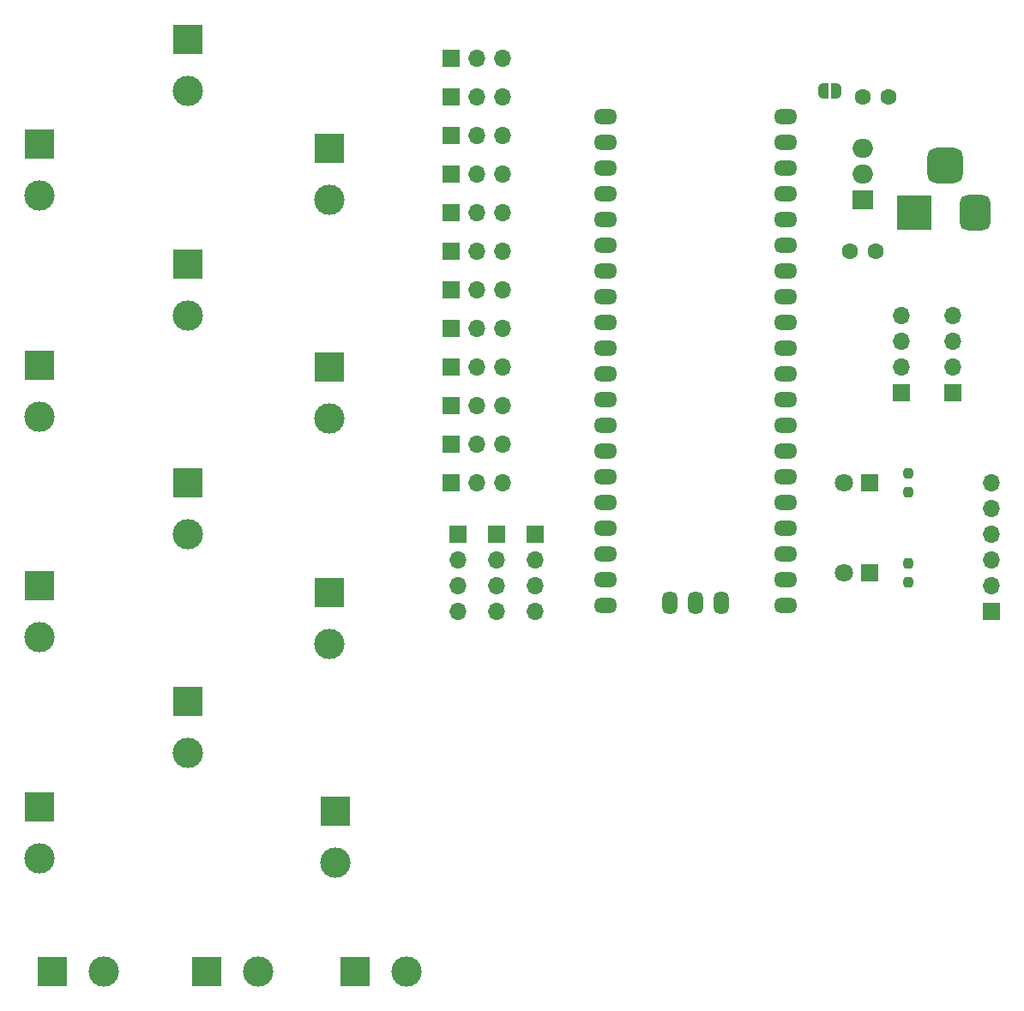
<source format=gbr>
%TF.GenerationSoftware,KiCad,Pcbnew,7.0.6*%
%TF.CreationDate,2023-07-18T10:57:58+02:00*%
%TF.ProjectId,PCB,5043422e-6b69-4636-9164-5f7063625858,rev?*%
%TF.SameCoordinates,Original*%
%TF.FileFunction,Soldermask,Top*%
%TF.FilePolarity,Negative*%
%FSLAX46Y46*%
G04 Gerber Fmt 4.6, Leading zero omitted, Abs format (unit mm)*
G04 Created by KiCad (PCBNEW 7.0.6) date 2023-07-18 10:57:58*
%MOMM*%
%LPD*%
G01*
G04 APERTURE LIST*
G04 Aperture macros list*
%AMRoundRect*
0 Rectangle with rounded corners*
0 $1 Rounding radius*
0 $2 $3 $4 $5 $6 $7 $8 $9 X,Y pos of 4 corners*
0 Add a 4 corners polygon primitive as box body*
4,1,4,$2,$3,$4,$5,$6,$7,$8,$9,$2,$3,0*
0 Add four circle primitives for the rounded corners*
1,1,$1+$1,$2,$3*
1,1,$1+$1,$4,$5*
1,1,$1+$1,$6,$7*
1,1,$1+$1,$8,$9*
0 Add four rect primitives between the rounded corners*
20,1,$1+$1,$2,$3,$4,$5,0*
20,1,$1+$1,$4,$5,$6,$7,0*
20,1,$1+$1,$6,$7,$8,$9,0*
20,1,$1+$1,$8,$9,$2,$3,0*%
%AMFreePoly0*
4,1,19,0.500000,-0.750000,0.000000,-0.750000,0.000000,-0.744911,-0.071157,-0.744911,-0.207708,-0.704816,-0.327430,-0.627875,-0.420627,-0.520320,-0.479746,-0.390866,-0.500000,-0.250000,-0.500000,0.250000,-0.479746,0.390866,-0.420627,0.520320,-0.327430,0.627875,-0.207708,0.704816,-0.071157,0.744911,0.000000,0.744911,0.000000,0.750000,0.500000,0.750000,0.500000,-0.750000,0.500000,-0.750000,
$1*%
%AMFreePoly1*
4,1,19,0.000000,0.744911,0.071157,0.744911,0.207708,0.704816,0.327430,0.627875,0.420627,0.520320,0.479746,0.390866,0.500000,0.250000,0.500000,-0.250000,0.479746,-0.390866,0.420627,-0.520320,0.327430,-0.627875,0.207708,-0.704816,0.071157,-0.744911,0.000000,-0.744911,0.000000,-0.750000,-0.500000,-0.750000,-0.500000,0.750000,0.000000,0.750000,0.000000,0.744911,0.000000,0.744911,
$1*%
G04 Aperture macros list end*
%ADD10R,3.000000X3.000000*%
%ADD11C,3.000000*%
%ADD12C,1.600000*%
%ADD13R,1.700000X1.700000*%
%ADD14O,1.700000X1.700000*%
%ADD15RoundRect,0.237500X0.237500X-0.250000X0.237500X0.250000X-0.237500X0.250000X-0.237500X-0.250000X0*%
%ADD16FreePoly0,0.000000*%
%ADD17FreePoly1,0.000000*%
%ADD18R,1.800000X1.800000*%
%ADD19C,1.800000*%
%ADD20R,3.500000X3.500000*%
%ADD21RoundRect,0.750000X0.750000X1.000000X-0.750000X1.000000X-0.750000X-1.000000X0.750000X-1.000000X0*%
%ADD22RoundRect,0.875000X0.875000X0.875000X-0.875000X0.875000X-0.875000X-0.875000X0.875000X-0.875000X0*%
%ADD23R,2.000000X1.905000*%
%ADD24O,2.000000X1.905000*%
%ADD25O,2.300000X1.524000*%
%ADD26O,1.524000X2.300000*%
G04 APERTURE END LIST*
D10*
%TO.C,P11*%
X109855000Y-73660000D03*
D11*
X109855000Y-78740000D03*
%TD*%
D12*
%TO.C,C1*%
X161290000Y-62230000D03*
X163790000Y-62230000D03*
%TD*%
D13*
%TO.C,LC2*%
X171450000Y-76200000D03*
D14*
X171450000Y-73660000D03*
X171450000Y-71120000D03*
X171450000Y-68580000D03*
%TD*%
D15*
%TO.C,R1*%
X167005000Y-94892500D03*
X167005000Y-93067500D03*
%TD*%
D16*
%TO.C,JP1*%
X158614280Y-46380818D03*
D17*
X159914280Y-46380818D03*
%TD*%
D10*
%TO.C,P6*%
X95885000Y-85090000D03*
D11*
X95885000Y-90170000D03*
%TD*%
D10*
%TO.C,P5*%
X95885000Y-106680000D03*
D11*
X95885000Y-111760000D03*
%TD*%
D13*
%TO.C,E7*%
X121920000Y-66040000D03*
D14*
X124460000Y-66040000D03*
X127000000Y-66040000D03*
%TD*%
D10*
%TO.C,P12*%
X109855000Y-52070000D03*
D11*
X109855000Y-57150000D03*
%TD*%
D10*
%TO.C,P_IN1*%
X82550000Y-133350000D03*
D11*
X87630000Y-133350000D03*
%TD*%
D13*
%TO.C,3V3*%
X122555000Y-90170000D03*
D14*
X122555000Y-92710000D03*
X122555000Y-95250000D03*
X122555000Y-97790000D03*
%TD*%
D18*
%TO.C,D1*%
X163195000Y-93980000D03*
D19*
X160655000Y-93980000D03*
%TD*%
D13*
%TO.C,PINS1*%
X130175000Y-90170000D03*
D14*
X130175000Y-92710000D03*
X130175000Y-95250000D03*
X130175000Y-97790000D03*
%TD*%
D10*
%TO.C,P9*%
X110490000Y-117475000D03*
D11*
X110490000Y-122555000D03*
%TD*%
D13*
%TO.C,E1*%
X121920000Y-43180000D03*
D14*
X124460000Y-43180000D03*
X127000000Y-43180000D03*
%TD*%
D10*
%TO.C,P7*%
X95885000Y-63500000D03*
D11*
X95885000Y-68580000D03*
%TD*%
D12*
%TO.C,C2*%
X162560000Y-46990000D03*
X165060000Y-46990000D03*
%TD*%
D13*
%TO.C,J1*%
X175260000Y-97790000D03*
D14*
X175260000Y-95250000D03*
X175260000Y-92710000D03*
X175260000Y-90170000D03*
X175260000Y-87630000D03*
X175260000Y-85090000D03*
%TD*%
D10*
%TO.C,P1*%
X81280000Y-117051668D03*
D11*
X81280000Y-122131668D03*
%TD*%
D13*
%TO.C,E3*%
X121920000Y-50800000D03*
D14*
X124460000Y-50800000D03*
X127000000Y-50800000D03*
%TD*%
D13*
%TO.C,E8*%
X121920000Y-69850000D03*
D14*
X124460000Y-69850000D03*
X127000000Y-69850000D03*
%TD*%
D10*
%TO.C,P3*%
X81280000Y-73448334D03*
D11*
X81280000Y-78528334D03*
%TD*%
D18*
%TO.C,D2*%
X163195000Y-85090000D03*
D19*
X160655000Y-85090000D03*
%TD*%
D13*
%TO.C,E10*%
X121920000Y-77470000D03*
D14*
X124460000Y-77470000D03*
X127000000Y-77470000D03*
%TD*%
D10*
%TO.C,P_IN3*%
X112395000Y-133350000D03*
D11*
X117475000Y-133350000D03*
%TD*%
D13*
%TO.C,GND1*%
X126365000Y-90170000D03*
D14*
X126365000Y-92710000D03*
X126365000Y-95250000D03*
X126365000Y-97790000D03*
%TD*%
D13*
%TO.C,E11*%
X121920000Y-81280000D03*
D14*
X124460000Y-81280000D03*
X127000000Y-81280000D03*
%TD*%
D15*
%TO.C,R2*%
X167005000Y-86002500D03*
X167005000Y-84177500D03*
%TD*%
D20*
%TO.C,J18*%
X167640000Y-58420000D03*
D21*
X173640000Y-58420000D03*
D22*
X170640000Y-53720000D03*
%TD*%
D13*
%TO.C,E2*%
X121935000Y-46965000D03*
D14*
X124475000Y-46965000D03*
X127015000Y-46965000D03*
%TD*%
D23*
%TO.C,U2*%
X162560000Y-57150000D03*
D24*
X162560000Y-54610000D03*
X162560000Y-52070000D03*
%TD*%
D10*
%TO.C,P_IN2*%
X97790000Y-133350000D03*
D11*
X102870000Y-133350000D03*
%TD*%
D13*
%TO.C,E4*%
X121920000Y-54610000D03*
D14*
X124460000Y-54610000D03*
X127000000Y-54610000D03*
%TD*%
D13*
%TO.C,E6*%
X121920000Y-62230000D03*
D14*
X124460000Y-62230000D03*
X127000000Y-62230000D03*
%TD*%
D10*
%TO.C,P4*%
X81280000Y-51646668D03*
D11*
X81280000Y-56726668D03*
%TD*%
%TO.C,P8*%
X95885000Y-46355000D03*
D10*
X95885000Y-41275000D03*
%TD*%
D13*
%TO.C,E5*%
X121920000Y-58420000D03*
D14*
X124460000Y-58420000D03*
X127000000Y-58420000D03*
%TD*%
D13*
%TO.C,E9*%
X121920000Y-73660000D03*
D14*
X124460000Y-73660000D03*
X127000000Y-73660000D03*
%TD*%
D10*
%TO.C,P10*%
X109855000Y-95885000D03*
D11*
X109855000Y-100965000D03*
%TD*%
D13*
%TO.C,LC1*%
X166395000Y-76225000D03*
D14*
X166395000Y-73685000D03*
X166395000Y-71145000D03*
X166395000Y-68605000D03*
%TD*%
D10*
%TO.C,P2*%
X81280000Y-95250000D03*
D11*
X81280000Y-100330000D03*
%TD*%
D14*
%TO.C,E12*%
X127000000Y-85090000D03*
X124460000Y-85090000D03*
D13*
X121920000Y-85090000D03*
%TD*%
D25*
%TO.C,U1*%
X137160000Y-48925000D03*
X137160000Y-51465000D03*
X137160000Y-54005000D03*
X137160000Y-56545000D03*
X137160000Y-59085000D03*
X137160000Y-61625000D03*
X137160000Y-64165000D03*
X137160000Y-66705000D03*
X137160000Y-69245000D03*
X137160000Y-71785000D03*
X137160000Y-74325000D03*
X137160000Y-76865000D03*
X137160000Y-79405000D03*
X137160000Y-81945000D03*
X137160000Y-84485000D03*
X137160000Y-87025000D03*
X137160000Y-89565000D03*
X137160000Y-92105000D03*
X137160000Y-94645000D03*
X137160000Y-97185000D03*
X154940000Y-97185000D03*
X154940000Y-94645000D03*
X154940000Y-92105000D03*
X154940000Y-89565000D03*
X154940000Y-87025000D03*
X154940000Y-84485000D03*
X154940000Y-81945000D03*
X154940000Y-79405000D03*
X154940000Y-76865000D03*
X154940000Y-74325000D03*
X154940000Y-71785000D03*
X154940000Y-69245000D03*
X154940000Y-66705000D03*
X154940000Y-64165000D03*
X154940000Y-61625000D03*
X154940000Y-59085000D03*
X154940000Y-56545000D03*
X154940000Y-54005000D03*
X154940000Y-51465000D03*
X154940000Y-48925000D03*
D26*
X143510000Y-96955000D03*
X146050000Y-96955000D03*
X148590000Y-96955000D03*
%TD*%
M02*

</source>
